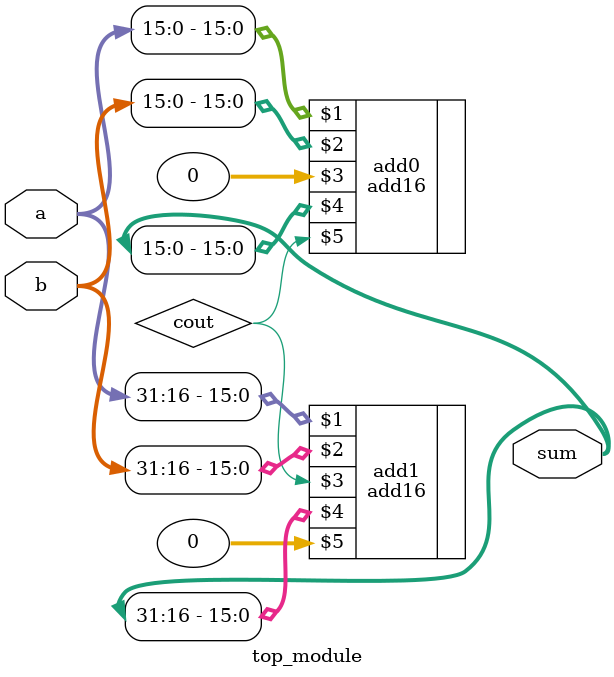
<source format=v>
/*
You are given a module add16 that performs a 16-bit addition.
Instantiate two of them to create a 32-bit adder.
One add16 module computes the lower 16 bits of the addition result, while the second add16 module computes the upper 16 bits of the result, after receiving the carry-out from the first adder.
Your 32-bit adder does not need to handle carry-in (assume 0) or carry-out (ignored), but the internal modules need to in order to function correctly.
(In other words, the add16 module performs 16-bit a + b + cin, while your module performs 32-bit a + b).

Connect the modules together as shown in the diagram below.
The provided module add16 has the following declaration:

module add16 ( input[15:0] a, input[15:0] b, input cin, output[15:0] sum, output cout );
*/

module top_module(
    input [31:0] a,
    input [31:0] b,
    output [31:0] sum
);
    wire cout;
    
    add16 add0 (a[15:0], b[15:0], 0, sum[15:0], cout);
    add16 add1 (a[31:16], b[31:16], cout, sum[31:16], 0);

endmodule

</source>
